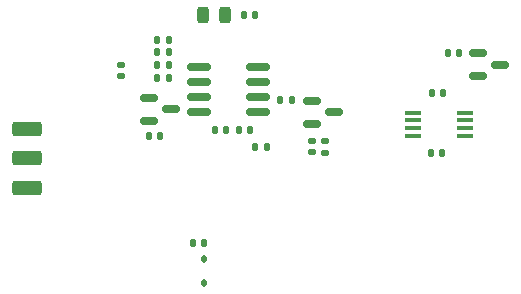
<source format=gbr>
%TF.GenerationSoftware,KiCad,Pcbnew,8.0.1*%
%TF.CreationDate,2024-04-22T08:31:39-07:00*%
%TF.ProjectId,milliohm_meter,6d696c6c-696f-4686-9d5f-6d657465722e,rev?*%
%TF.SameCoordinates,Original*%
%TF.FileFunction,Paste,Top*%
%TF.FilePolarity,Positive*%
%FSLAX46Y46*%
G04 Gerber Fmt 4.6, Leading zero omitted, Abs format (unit mm)*
G04 Created by KiCad (PCBNEW 8.0.1) date 2024-04-22 08:31:39*
%MOMM*%
%LPD*%
G01*
G04 APERTURE LIST*
G04 Aperture macros list*
%AMRoundRect*
0 Rectangle with rounded corners*
0 $1 Rounding radius*
0 $2 $3 $4 $5 $6 $7 $8 $9 X,Y pos of 4 corners*
0 Add a 4 corners polygon primitive as box body*
4,1,4,$2,$3,$4,$5,$6,$7,$8,$9,$2,$3,0*
0 Add four circle primitives for the rounded corners*
1,1,$1+$1,$2,$3*
1,1,$1+$1,$4,$5*
1,1,$1+$1,$6,$7*
1,1,$1+$1,$8,$9*
0 Add four rect primitives between the rounded corners*
20,1,$1+$1,$2,$3,$4,$5,0*
20,1,$1+$1,$4,$5,$6,$7,0*
20,1,$1+$1,$6,$7,$8,$9,0*
20,1,$1+$1,$8,$9,$2,$3,0*%
G04 Aperture macros list end*
%ADD10RoundRect,0.140000X-0.140000X-0.170000X0.140000X-0.170000X0.140000X0.170000X-0.140000X0.170000X0*%
%ADD11RoundRect,0.243750X-0.243750X-0.456250X0.243750X-0.456250X0.243750X0.456250X-0.243750X0.456250X0*%
%ADD12RoundRect,0.140000X0.140000X0.170000X-0.140000X0.170000X-0.140000X-0.170000X0.140000X-0.170000X0*%
%ADD13RoundRect,0.150000X-0.825000X-0.150000X0.825000X-0.150000X0.825000X0.150000X-0.825000X0.150000X0*%
%ADD14RoundRect,0.250000X-1.000000X0.375000X-1.000000X-0.375000X1.000000X-0.375000X1.000000X0.375000X0*%
%ADD15R,1.450000X0.450000*%
%ADD16RoundRect,0.140000X-0.170000X0.140000X-0.170000X-0.140000X0.170000X-0.140000X0.170000X0.140000X0*%
%ADD17RoundRect,0.135000X0.135000X0.185000X-0.135000X0.185000X-0.135000X-0.185000X0.135000X-0.185000X0*%
%ADD18RoundRect,0.150000X-0.587500X-0.150000X0.587500X-0.150000X0.587500X0.150000X-0.587500X0.150000X0*%
%ADD19RoundRect,0.112500X-0.112500X0.187500X-0.112500X-0.187500X0.112500X-0.187500X0.112500X0.187500X0*%
%ADD20RoundRect,0.140000X0.170000X-0.140000X0.170000X0.140000X-0.170000X0.140000X-0.170000X-0.140000X0*%
G04 APERTURE END LIST*
D10*
%TO.C,R13*%
X131777800Y-57251600D03*
X132737800Y-57251600D03*
%TD*%
D11*
%TO.C,D2*%
X128325400Y-57277000D03*
X130200400Y-57277000D03*
%TD*%
D10*
%TO.C,R4*%
X147729000Y-63881000D03*
X148689000Y-63881000D03*
%TD*%
D12*
%TO.C,R6*%
X125420000Y-61518800D03*
X124460000Y-61518800D03*
%TD*%
D13*
%TO.C,U2*%
X128016000Y-61722000D03*
X128016000Y-62992000D03*
X128016000Y-64262000D03*
X128016000Y-65532000D03*
X132966000Y-65532000D03*
X132966000Y-64262000D03*
X132966000Y-62992000D03*
X132966000Y-61722000D03*
%TD*%
D12*
%TO.C,R7*%
X124686000Y-67564000D03*
X123726000Y-67564000D03*
%TD*%
D14*
%TO.C,SW1*%
X113445200Y-66940000D03*
X113445200Y-69440000D03*
X113445200Y-71940000D03*
%TD*%
D12*
%TO.C,C1*%
X130302000Y-67056000D03*
X129342000Y-67056000D03*
%TD*%
%TO.C,C2*%
X148562000Y-68961000D03*
X147602000Y-68961000D03*
%TD*%
D15*
%TO.C,U3*%
X146136000Y-65573000D03*
X146136000Y-66223000D03*
X146136000Y-66873000D03*
X146136000Y-67523000D03*
X150536000Y-67523000D03*
X150536000Y-66873000D03*
X150536000Y-66223000D03*
X150536000Y-65573000D03*
%TD*%
D16*
%TO.C,R1*%
X137541000Y-67970400D03*
X137541000Y-68930400D03*
%TD*%
D17*
%TO.C,R3*%
X135890000Y-64516000D03*
X134870000Y-64516000D03*
%TD*%
%TO.C,R8*%
X133733000Y-68453000D03*
X132713000Y-68453000D03*
%TD*%
D12*
%TO.C,R5*%
X125420000Y-62585600D03*
X124460000Y-62585600D03*
%TD*%
%TO.C,C3*%
X132306000Y-67056000D03*
X131346000Y-67056000D03*
%TD*%
D18*
%TO.C,U1*%
X123776500Y-64328000D03*
X123776500Y-66228000D03*
X125651500Y-65278000D03*
%TD*%
%TO.C,Q1*%
X137571000Y-64582000D03*
X137571000Y-66482000D03*
X139446000Y-65532000D03*
%TD*%
D12*
%TO.C,R11*%
X125420000Y-60452000D03*
X124460000Y-60452000D03*
%TD*%
%TO.C,R12*%
X125420000Y-59385200D03*
X124460000Y-59385200D03*
%TD*%
D18*
%TO.C,Q2*%
X151591800Y-60543400D03*
X151591800Y-62443400D03*
X153466800Y-61493400D03*
%TD*%
D19*
%TO.C,D1*%
X128447800Y-77918600D03*
X128447800Y-80018600D03*
%TD*%
D10*
%TO.C,R10*%
X127459800Y-76555600D03*
X128419800Y-76555600D03*
%TD*%
D16*
%TO.C,R2*%
X138684000Y-67973000D03*
X138684000Y-68933000D03*
%TD*%
D20*
%TO.C,R15*%
X121412000Y-62484000D03*
X121412000Y-61524000D03*
%TD*%
D12*
%TO.C,R9*%
X150035200Y-60528200D03*
X149075200Y-60528200D03*
%TD*%
M02*

</source>
